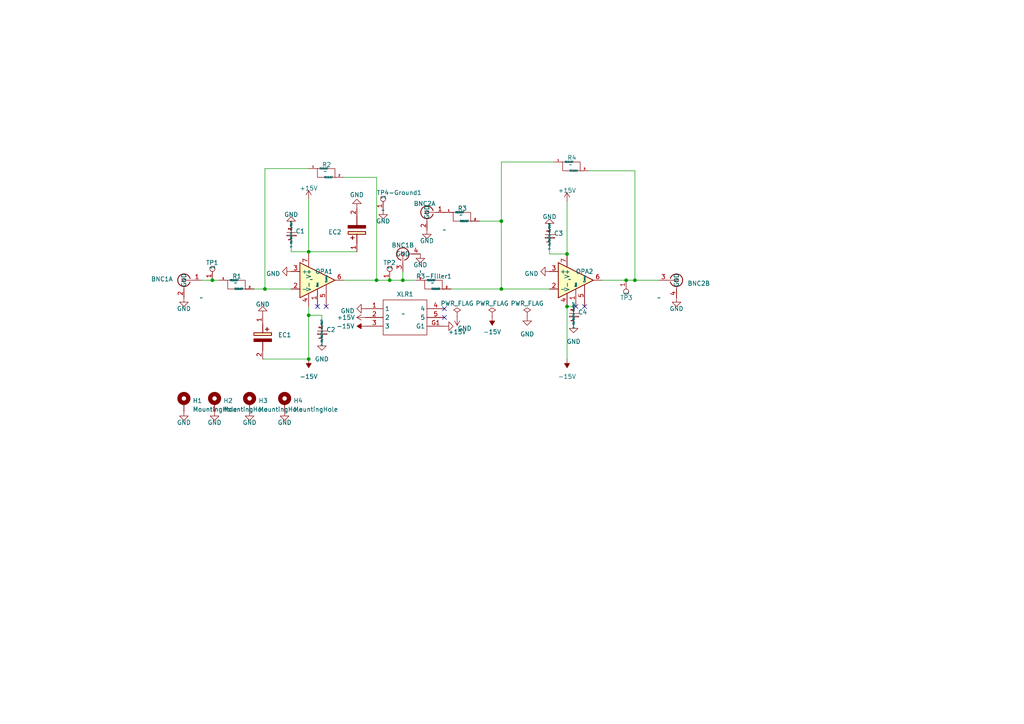
<source format=kicad_sch>
(kicad_sch (version 20230121) (generator eeschema)
  (paper "A4")
  (lib_symbols
    (symbol "1_Quarter_Axial_Resistor_1"
      (property "Reference" "R" (at 0 0 0))
      (symbol "1_Quarter_Axial_Resistor_1_0_1"
        (rectangle (start -2.286 0.762) (end 2.794 -1.778))
        (rectangle (start 3.048 -2.032) (end 3.048 -2.032))
      )
      (symbol "1_Quarter_Axial_Resistor_1_1_1"
        (pin bidirectional line (at -4.826 0.762 0) (length 2.54) (name "RESIST") (number "1"))
        (pin bidirectional line (at 5.334 -1.778 180) (length 2.54) (name "RESIST") (number "2"))
      )
    )
    (symbol "1_Quarter_Axial_Resistor_2"
      (property "Reference" "R" (at 0 0 0))
      (symbol "1_Quarter_Axial_Resistor_2_0_1"
        (rectangle (start -2.286 0.762) (end 2.794 -1.778))
        (rectangle (start 3.048 -2.032) (end 3.048 -2.032))
      )
      (symbol "1_Quarter_Axial_Resistor_2_1_1"
        (pin bidirectional line (at -4.826 0.762 0) (length 2.54) (name "RESIST") (number "1"))
        (pin bidirectional line (at 5.334 -1.778 180) (length 2.54) (name "RESIST") (number "2"))
      )
    )
    (symbol "1_Quarter_Axial_Resistor_3"
      (property "Reference" "R" (at 0 0 0))
      (symbol "1_Quarter_Axial_Resistor_3_0_1"
        (rectangle (start -2.286 0.762) (end 2.794 -1.778))
        (rectangle (start 3.048 -2.032) (end 3.048 -2.032))
      )
      (symbol "1_Quarter_Axial_Resistor_3_1_1"
        (pin bidirectional line (at -4.826 0.762 0) (length 2.54) (name "RESIST") (number "1"))
        (pin bidirectional line (at 5.334 -1.778 180) (length 2.54) (name "RESIST") (number "2"))
      )
    )
    (symbol "1_Quarter_Axial_Resistor_4"
      (property "Reference" "R" (at 0 0 0))
      (symbol "1_Quarter_Axial_Resistor_4_0_1"
        (rectangle (start -2.286 0.762) (end 2.794 -1.778))
        (rectangle (start 3.048 -2.032) (end 3.048 -2.032))
      )
      (symbol "1_Quarter_Axial_Resistor_4_1_1"
        (pin bidirectional line (at -4.826 0.762 0) (length 2.54) (name "RESIST") (number "1"))
        (pin bidirectional line (at 5.334 -1.778 180) (length 2.54) (name "RESIST") (number "2"))
      )
    )
    (symbol "2_Level_BNC_1"
      (property "Reference" "BNC" (at 0 -5.08 0))
      (symbol "2_Level_BNC_1_0_1"
        (polyline (pts (xy 2.54 0) (xy 4.572 0)))
        (polyline (pts (xy 5.08 -2.54) (xy 5.08 -1.778)))
        (arc (start 3.302 -0.508) (mid 5.302 -1.808) (end 6.858 0) (stroke (width 0.254)))
        (circle (center 5.08 0) (radius 0.508) (stroke (width 0.2032)))
        (arc (start 6.858 0) (mid 5.3021 1.8083) (end 3.302 0.508) (stroke (width 0.254)))
      )
      (symbol "2_Level_BNC_1_1_1"
        (pin passive line (at 0 0 0) (length 2.54) (name "") (number "1"))
        (pin passive line (at 5.08 -5.08 90) (length 2.54) (name "GND") (number "2"))
      )
      (symbol "2_Level_BNC_1_2_1"
        (pin passive line (at 0 0 0) (length 2.54) (name "") (number "3"))
        (pin passive line (at 5.08 -5.08 90) (length 2.54) (name "GND") (number "4"))
      )
    )
    (symbol "2_Level_BNC_2"
      (property "Reference" "BNC" (at 0 -5.08 0))
      (symbol "2_Level_BNC_2_0_1"
        (polyline (pts (xy 2.54 0) (xy 4.572 0)))
        (polyline (pts (xy 5.08 -2.54) (xy 5.08 -1.778)))
        (arc (start 3.302 -0.508) (mid 5.302 -1.808) (end 6.858 0) (stroke (width 0.254)))
        (circle (center 5.08 0) (radius 0.508) (stroke (width 0.2032)))
        (arc (start 6.858 0) (mid 5.3021 1.8083) (end 3.302 0.508) (stroke (width 0.254)))
      )
      (symbol "2_Level_BNC_2_1_1"
        (pin passive line (at 0 0 0) (length 2.54) (name "") (number "1"))
        (pin passive line (at 5.08 -5.08 90) (length 2.54) (name "GND") (number "2"))
      )
      (symbol "2_Level_BNC_2_2_1"
        (pin passive line (at 0 0 0) (length 2.54) (name "") (number "3"))
        (pin passive line (at 5.08 -5.08 90) (length 2.54) (name "GND") (number "4"))
      )
    )
    (symbol "2_Level_BNC_3"
      (property "Reference" "BNC" (at 0 -5.08 0))
      (symbol "2_Level_BNC_3_0_1"
        (polyline (pts (xy 2.54 0) (xy 4.572 0)))
        (polyline (pts (xy 5.08 -2.54) (xy 5.08 -1.778)))
        (arc (start 3.302 -0.508) (mid 5.302 -1.808) (end 6.858 0) (stroke (width 0.254)))
        (circle (center 5.08 0) (radius 0.508) (stroke (width 0.2032)))
        (arc (start 6.858 0) (mid 5.3021 1.8083) (end 3.302 0.508) (stroke (width 0.254)))
      )
      (symbol "2_Level_BNC_3_1_1"
        (pin passive line (at 0 0 0) (length 2.54) (name "") (number "1"))
        (pin passive line (at 5.08 -5.08 90) (length 2.54) (name "GND") (number "2"))
      )
      (symbol "2_Level_BNC_3_2_1"
        (pin passive line (at 0 0 0) (length 2.54) (name "") (number "3"))
        (pin passive line (at 5.08 -5.08 90) (length 2.54) (name "GND") (number "4"))
      )
    )
    (symbol "Mechanical:MountingHole_Pad" (pin_numbers hide) (pin_names (offset 1.016) hide)
      (property "Reference" "H" (at 0 6.35 0))
      (property "Value" "MountingHole_Pad" (at 0 4.445 0))
      (symbol "MountingHole_Pad_0_1"
        (circle (center 0 1.27) (radius 1.27) (stroke (width 1.27)))
      )
      (symbol "MountingHole_Pad_1_1"
        (pin input line (at 0 -2.54 90) (length 2.54) (name "1") (number "1"))
      )
    )
    (symbol "OPA27_1"
      (property "Reference" "OPA" (at 1.27 0 0))
      (symbol "OPA27_1_0_1"
        (polyline (pts (xy -3.302 4.826) (xy 6.858 -0.254) (xy -3.302 -5.334) (xy -3.302 4.826)) (stroke (width 0.254)) (fill (type background)))
      )
      (symbol "OPA27_1_1_1"
        (pin input line (at 1.778 -7.874 90) (length 5.08) (name "Bal") (number "1"))
        (pin input line (at -5.842 -2.794 0) (length 2.54) (name "-") (number "2"))
        (pin input line (at -5.842 2.286 0) (length 2.54) (name "+") (number "3"))
        (pin power_in line (at -0.762 -7.874 90) (length 3.81) (name "V-") (number "4"))
        (pin input line (at 4.318 -7.874 90) (length 6.35) (name "Comp") (number "5"))
        (pin output line (at 9.398 -0.254 180) (length 2.54) (name "~") (number "6"))
        (pin power_in line (at -0.762 7.366 270) (length 3.81) (name "V+") (number "7"))
      )
    )
    (symbol "Schematic_Symbols:1_Quarter_Axial_Resistor"
      (property "Reference" "R" (at 0 0 0))
      (symbol "1_Quarter_Axial_Resistor_0_1"
        (rectangle (start -2.286 0.762) (end 2.794 -1.778))
        (rectangle (start 3.048 -2.032) (end 3.048 -2.032))
      )
      (symbol "1_Quarter_Axial_Resistor_1_1"
        (pin bidirectional line (at -4.826 0.762 0) (length 2.54) (name "RESIST") (number "1"))
        (pin bidirectional line (at 5.334 -1.778 180) (length 2.54) (name "RESIST") (number "2"))
      )
    )
    (symbol "Schematic_Symbols:2_Level_BNC"
      (property "Reference" "BNC" (at 0 -5.08 0))
      (symbol "2_Level_BNC_0_1"
        (polyline (pts (xy 2.54 0) (xy 4.572 0)))
        (polyline (pts (xy 5.08 -2.54) (xy 5.08 -1.778)))
        (arc (start 3.302 -0.508) (mid 5.302 -1.808) (end 6.858 0) (stroke (width 0.254)))
        (circle (center 5.08 0) (radius 0.508) (stroke (width 0.2032)))
        (arc (start 6.858 0) (mid 5.3021 1.8083) (end 3.302 0.508) (stroke (width 0.254)))
      )
      (symbol "2_Level_BNC_1_1"
        (pin passive line (at 0 0 0) (length 2.54) (name "") (number "1"))
        (pin passive line (at 5.08 -5.08 90) (length 2.54) (name "GND") (number "2"))
      )
      (symbol "2_Level_BNC_2_1"
        (pin passive line (at 0 0 0) (length 2.54) (name "") (number "3"))
        (pin passive line (at 5.08 -5.08 90) (length 2.54) (name "GND") (number "4"))
      )
    )
    (symbol "Schematic_Symbols:Capacitor"
      (property "Reference" "C" (at 0 0 0))
      (symbol "Capacitor_0_1"
        (rectangle (start -0.762 1.27) (end -0.508 -1.524))
        (polyline (pts (xy 0.254 1.27) (xy 0.254 -1.524)))
      )
      (symbol "Capacitor_1_1"
        (pin passive line (at -2.794 0 0) (length 2) (name "V-IN/OUT") (number "1"))
        (pin passive line (at 2.286 0 180) (length 2) (name "V-IN/OUT") (number "2"))
      )
    )
    (symbol "Schematic_Symbols:EEU-EB1C102" (pin_names hide)
      (property "Reference" "C" (at 8.89 6.35 0))
      (property "Value" "EEU-EB1C102" (at 8.89 3.81 0))
      (symbol "EEU-EB1C102_1_1"
        (polyline (pts (xy 2.54 0) (xy 5.08 0)) (stroke (width 0.254)))
        (polyline (pts (xy 4.064 1.778) (xy 4.064 0.762)) (stroke (width 0.254)))
        (polyline (pts (xy 4.572 1.27) (xy 3.556 1.27)) (stroke (width 0.254)))
        (polyline (pts (xy 7.62 0) (xy 10.16 0)) (stroke (width 0.254)))
        (polyline (pts (xy 7.62 2.54) (xy 7.62 -2.54) (xy 6.858 -2.54) (xy 6.858 2.54) (xy 7.62 2.54)) (stroke (width 0.254)) (fill (type outline)))
        (rectangle (start 5.08 2.54) (end 5.842 -2.54) (stroke (width 0.254)) (fill (type background)))
        (pin passive line (at 0 0 0) (length 2.54) (name "+") (number "1"))
        (pin passive line (at 12.7 0 180) (length 2.54) (name "-") (number "2"))
      )
    )
    (symbol "Schematic_Symbols:NC3MBH_XLR"
      (property "Reference" "XLR" (at 0 0 0))
      (symbol "NC3MBH_XLR_0_0"
        (pin passive line (at -10.922 1.524 0) (length 5.08) (name "1") (number "1"))
        (pin passive line (at -10.922 -1.016 0) (length 5.08) (name "2") (number "2"))
        (pin passive line (at -10.922 -3.556 0) (length 5.08) (name "3") (number "3"))
        (pin passive line (at 11.938 1.524 180) (length 5.08) (name "4") (number "4"))
        (pin passive line (at 11.938 -1.016 180) (length 5.08) (name "5") (number "5"))
        (pin passive line (at 11.938 -3.556 180) (length 5.08) (name "G1") (number "G1"))
      )
      (symbol "NC3MBH_XLR_0_1"
        (polyline (pts (xy -5.842 4.064) (xy 6.858 4.064) (xy 6.858 -6.096) (xy -5.842 -6.096) (xy -5.842 4.064)) (stroke (width 0.1524)))
      )
    )
    (symbol "Schematic_Symbols:OPA27"
      (property "Reference" "OPA" (at 1.27 0 0))
      (symbol "OPA27_0_1"
        (polyline (pts (xy -3.302 4.826) (xy 6.858 -0.254) (xy -3.302 -5.334) (xy -3.302 4.826)) (stroke (width 0.254)) (fill (type background)))
      )
      (symbol "OPA27_1_1"
        (pin input line (at 1.778 -7.874 90) (length 5.08) (name "Bal") (number "1"))
        (pin input line (at -5.842 -2.794 0) (length 2.54) (name "-") (number "2"))
        (pin input line (at -5.842 2.286 0) (length 2.54) (name "+") (number "3"))
        (pin power_in line (at -0.762 -7.874 90) (length 3.81) (name "V-") (number "4"))
        (pin input line (at 4.318 -7.874 90) (length 6.35) (name "Comp") (number "5"))
        (pin output line (at 9.398 -0.254 180) (length 2.54) (name "~") (number "6"))
        (pin power_in line (at -0.762 7.366 270) (length 3.81) (name "V+") (number "7"))
      )
    )
    (symbol "Schematic_Symbols:Testpoint"
      (property "Reference" "TP" (at 0 0 0))
      (symbol "Testpoint_0_1"
        (circle (center 0 3.302) (radius 0.762))
      )
      (symbol "Testpoint_1_1"
        (pin passive line (at 0 0 90) (length 2.54) (name "1") (number "1"))
      )
    )
    (symbol "power:+15V" (power) (pin_names (offset 0))
      (property "Value" "+15V" (at 0 3.556 0))
      (symbol "+15V_0_1"
        (polyline (pts (xy -0.762 1.27) (xy 0 2.54)))
        (polyline (pts (xy 0 0) (xy 0 2.54)))
        (polyline (pts (xy 0 2.54) (xy 0.762 1.27)))
      )
      (symbol "+15V_1_1"
        (pin power_in line (at 0 0 90) (length 0) hide (name "+15V") (number "1"))
      )
    )
    (symbol "power:-15V" (power) (pin_names (offset 0))
      (property "Value" "-15V" (at 0 3.81 0))
      (symbol "-15V_0_0"
        (pin power_in line (at 0 0 90) (length 0) hide (name "-15V") (number "1"))
      )
      (symbol "-15V_0_1"
        (polyline (pts (xy 0 0) (xy 0 1.27) (xy 0.762 1.27) (xy 0 2.54) (xy -0.762 1.27) (xy 0 1.27)) (fill (type outline)))
      )
    )
    (symbol "power:GND" (power) (pin_names (offset 0))
      (property "Value" "GND" (at 0 -3.81 0))
      (symbol "GND_0_1"
        (polyline (pts (xy 0 0) (xy 0 -1.27) (xy 1.27 -1.27) (xy 0 -2.54) (xy -1.27 -1.27) (xy 0 -1.27)))
      )
      (symbol "GND_1_1"
        (pin power_in line (at 0 0 270) (length 0) hide (name "GND") (number "1"))
      )
    )
    (symbol "power:PWR_FLAG" (power) (pin_numbers hide) (pin_names (offset 0) hide)
      (property "Value" "PWR_FLAG" (at 0 3.81 0))
      (symbol "PWR_FLAG_0_0"
        (pin power_out line (at 0 0 90) (length 0) (name "pwr") (number "1"))
      )
      (symbol "PWR_FLAG_0_1"
        (polyline (pts (xy 0 0) (xy 0 1.27) (xy -1.016 1.905) (xy 0 2.54) (xy 1.016 1.905) (xy 0 1.27)))
      )
    )
  )
  (junction (at 89.535 73.025))
  (junction (at 145.415 64.135))
  (junction (at 164.465 73.66))
  (junction (at 76.835 83.82))
  (junction (at 113.03 81.28))
  (junction (at 164.465 88.9))
  (junction (at 61.595 81.28))
  (junction (at 109.22 81.28))
  (junction (at 89.535 104.14))
  (junction (at 89.535 91.44))
  (junction (at 116.84 81.28))
  (junction (at 184.15 81.28))
  (junction (at 181.61 81.28))
  (junction (at 145.415 83.82))
  (no_connect (at 128.905 92.075))
  (no_connect (at 169.545 88.9))
  (no_connect (at 167.005 88.9))
  (no_connect (at 94.615 88.9))
  (no_connect (at 92.075 88.9))
  (no_connect (at 128.905 89.535))
  (wire (pts (xy 89.535 91.44) (xy 93.345 91.44)))
  (wire (pts (xy 84.455 73.025) (xy 84.455 70.485)))
  (wire (pts (xy 89.535 73.025) (xy 103.505 73.025)))
  (wire (pts (xy 159.385 73.66) (xy 159.385 71.12)))
  (wire (pts (xy 170.815 49.53) (xy 184.15 49.53)))
  (wire (pts (xy 109.22 81.28) (xy 113.03 81.28)))
  (wire (pts (xy 93.345 91.44) (xy 93.345 93.98)))
  (wire (pts (xy 116.84 78.74) (xy 116.84 81.28)))
  (wire (pts (xy 164.465 88.9) (xy 164.465 104.14)))
  (wire (pts (xy 84.455 73.025) (xy 89.535 73.025)))
  (wire (pts (xy 164.465 88.9) (xy 166.37 88.9)))
  (wire (pts (xy 184.15 49.53) (xy 184.15 81.28)))
  (wire (pts (xy 61.595 81.28) (xy 63.5 81.28)))
  (wire (pts (xy 58.42 81.28) (xy 61.595 81.28)))
  (wire (pts (xy 145.415 46.99) (xy 145.415 64.135)))
  (wire (pts (xy 89.535 91.44) (xy 89.535 104.14)))
  (wire (pts (xy 109.22 51.435) (xy 109.22 81.28)))
  (wire (pts (xy 145.415 46.99) (xy 160.655 46.99)))
  (wire (pts (xy 89.535 91.44) (xy 89.535 88.9)))
  (wire (pts (xy 116.84 81.28) (xy 120.65 81.28)))
  (wire (pts (xy 145.415 83.82) (xy 159.385 83.82)))
  (wire (pts (xy 99.695 51.435) (xy 109.22 51.435)))
  (wire (pts (xy 76.2 104.14) (xy 89.535 104.14)))
  (wire (pts (xy 174.625 81.28) (xy 181.61 81.28)))
  (wire (pts (xy 139.065 64.135) (xy 145.415 64.135)))
  (wire (pts (xy 109.22 81.28) (xy 99.695 81.28)))
  (wire (pts (xy 159.385 73.66) (xy 164.465 73.66)))
  (wire (pts (xy 164.465 58.42) (xy 164.465 73.66)))
  (wire (pts (xy 130.81 83.82) (xy 145.415 83.82)))
  (wire (pts (xy 76.835 48.895) (xy 76.835 83.82)))
  (wire (pts (xy 76.835 83.82) (xy 84.455 83.82)))
  (wire (pts (xy 113.03 81.28) (xy 116.84 81.28)))
  (wire (pts (xy 184.15 81.28) (xy 191.135 81.28)))
  (wire (pts (xy 89.535 73.025) (xy 89.535 73.66)))
  (wire (pts (xy 145.415 64.135) (xy 145.415 83.82)))
  (wire (pts (xy 184.15 81.28) (xy 181.61 81.28)))
  (wire (pts (xy 73.66 83.82) (xy 76.835 83.82)))
  (wire (pts (xy 76.835 48.895) (xy 89.535 48.895)))
  (wire (pts (xy 89.535 57.785) (xy 89.535 73.025)))
  (symbol (lib_name "1_Quarter_Axial_Resistor_2") (lib_id "Schematic_Symbols:1_Quarter_Axial_Resistor") (at 94.361 49.657 0) (unit 1)
    (property "Reference" "R2" (at 94.742 47.752 0))
    (property "Value" "~" (at 94.361 49.657 0))
    (property "Footprint" "Footprints:R_Axial_DIN0207_L6.3mm_D2.5mm_P10.16mm_Horizontal" (effects hide))
  )
  (symbol (lib_id "Mechanical:MountingHole_Pad") (at 62.23 116.84 0) (unit 1)
    (property "Reference" "H2" (at 64.77 116.205 0) (effects (justify left)))
    (property "Value" "MountingHole" (at 64.77 118.745 0) (effects (justify left)))
    (property "Footprint" "MountingHole:MountingHole_3.2mm_M3_DIN965_Pad" (effects hide))
  )
  (symbol (lib_id "power:GND") (at 128.905 94.615 90) (unit 1)
    (property "Reference" "#PWR024" (effects hide))
    (property "Value" "GND" (at 132.715 95.25 90) (effects (justify right)))
  )
  (symbol (lib_id "power:GND") (at 123.825 66.675 0) (unit 1)
    (property "Reference" "#PWR022" (effects hide))
    (property "Value" "GND" (at 123.825 69.85 0))
  )
  (symbol (lib_id "power:GND") (at 111.125 60.96 0) (unit 1)
    (property "Reference" "#PWR011" (effects hide))
    (property "Value" "GND" (at 111.125 64.135 0))
  )
  (symbol (lib_id "Schematic_Symbols:Capacitor") (at 159.385 68.326 90) (unit 1)
    (property "Reference" "C3" (at 160.655 67.691 90) (effects (justify right)))
    (property "Value" "~" (at 159.385 68.326 0))
    (property "Footprint" "Footprints:CAPACITOR - 399-4209-ND" (effects hide))
  )
  (symbol (lib_id "power:+15V") (at 106.045 92.075 90) (unit 1)
    (property "Reference" "#PWR09" (effects hide))
    (property "Value" "+15V" (at 100.33 92.075 90))
  )
  (symbol (lib_id "Schematic_Symbols:Testpoint") (at 111.125 60.96 0) (unit 1)
    (property "Reference" "TP4-Ground1" (at 109.22 55.88 0) (effects (justify left)))
    (property "Value" "~" (at 111.125 60.96 0))
    (property "Footprint" "Footprints:TestPoint" (effects hide))
  )
  (symbol (lib_id "power:+15V") (at 164.465 58.42 0) (unit 1)
    (property "Reference" "#PWR017" (effects hide))
    (property "Value" "+15V" (at 164.465 55.245 0))
  )
  (symbol (lib_id "Mechanical:MountingHole_Pad") (at 82.55 116.84 0) (unit 1)
    (property "Reference" "H4" (at 85.09 116.205 0) (effects (justify left)))
    (property "Value" "MountingHole" (at 85.09 118.745 0) (effects (justify left)))
    (property "Footprint" "MountingHole:MountingHole_3.2mm_M3_DIN965_Pad" (effects hide))
  )
  (symbol (lib_id "power:-15V") (at 106.045 94.615 90) (unit 1)
    (property "Reference" "#PWR010" (effects hide))
    (property "Value" "-15V" (at 102.87 94.615 90) (effects (justify left)))
  )
  (symbol (lib_name "1_Quarter_Axial_Resistor_1") (lib_id "Schematic_Symbols:1_Quarter_Axial_Resistor") (at 68.326 82.042 0) (unit 1)
    (property "Reference" "R1" (at 68.707 80.137 0))
    (property "Value" "~" (at 68.326 82.042 0))
    (property "Footprint" "Footprints:R_Axial_DIN0207_L6.3mm_D2.5mm_P10.16mm_Horizontal" (effects hide))
  )
  (symbol (lib_id "power:GND") (at 166.37 93.98 0) (unit 1)
    (property "Reference" "#PWR019" (effects hide))
    (property "Value" "GND" (at 166.37 99.06 0))
  )
  (symbol (lib_id "power:GND") (at 84.455 78.74 270) (unit 1)
    (property "Reference" "#PWR03" (effects hide))
    (property "Value" "GND" (at 81.28 79.375 90) (effects (justify right)))
  )
  (symbol (lib_id "Schematic_Symbols:Capacitor") (at 166.37 91.186 90) (unit 1)
    (property "Reference" "C4" (at 167.64 90.551 90) (effects (justify right)))
    (property "Value" "~" (at 166.37 91.186 0))
    (property "Footprint" "Footprints:CAPACITOR - 399-4209-ND" (effects hide))
  )
  (symbol (lib_id "power:-15V") (at 89.535 104.14 180) (unit 1)
    (property "Reference" "#PWR05" (effects hide))
    (property "Value" "-15V" (at 89.535 109.22 0))
  )
  (symbol (lib_id "power:GND") (at 53.34 86.36 0) (unit 1)
    (property "Reference" "#PWR021" (effects hide))
    (property "Value" "GND" (at 53.34 89.535 0))
  )
  (symbol (lib_id "power:GND") (at 159.385 66.04 180) (unit 1)
    (property "Reference" "#PWR015" (effects hide))
    (property "Value" "GND" (at 159.385 62.865 0))
  )
  (symbol (lib_id "power:PWR_FLAG") (at 132.588 91.821 0) (unit 1)
    (property "Reference" "#FLG01" (effects hide))
    (property "Value" "PWR_FLAG" (at 132.588 88.011 0))
  )
  (symbol (lib_id "power:GND") (at 103.505 60.325 180) (unit 1)
    (property "Reference" "#PWR07" (effects hide))
    (property "Value" "GND" (at 103.505 56.515 0))
  )
  (symbol (lib_id "power:GND") (at 84.455 65.405 180) (unit 1)
    (property "Reference" "#PWR02" (effects hide))
    (property "Value" "GND" (at 84.455 62.23 0))
  )
  (symbol (lib_name "2_Level_BNC_1") (lib_id "Schematic_Symbols:2_Level_BNC") (at 116.84 78.74 90) (unit 2)
    (property "Reference" "BNC1" (at 116.84 71.12 90))
    (property "Value" "~" (at 121.92 78.74 0))
    (property "Footprint" "Footprints:BNC_Amphenol_031-6575_Horizontal" (effects hide))
  )
  (symbol (lib_id "power:GND") (at 72.39 119.38 0) (unit 1)
    (property "Reference" "#PWR027" (effects hide))
    (property "Value" "GND" (at 72.39 122.555 0))
  )
  (symbol (lib_id "Schematic_Symbols:EEU-EB1C102") (at 103.505 73.025 90) (unit 1)
    (property "Reference" "EC2" (at 99.06 67.31 90) (effects (justify left)))
    (property "Value" "EEU-EB1C102" (effects hide))
    (property "Footprint" "Footprints:ELECTROLYTIC CAPACITOR - EEU-EB1C102" (effects hide))
    (property "Datasheet" "https://industrial.panasonic.com/cdbs/www-data/pdf/RDF0000/ABA0000C1024.pdf" (effects hide))
    (property "Height" "22" (effects hide))
    (property "Mouser Part Number" "667-EEU-EB1C102" (effects hide))
    (property "Mouser Price/Stock" "https://www.mouser.co.uk/ProductDetail/Panasonic/EEU-EB1C102?qs=MtOUKumLmnb2YsDyKOSUXw%3D%3D" (effects hide))
    (property "Manufacturer_Name" "Panasonic" (effects hide))
    (property "Manufacturer_Part_Number" "EEU-EB1C102" (effects hide))
  )
  (symbol (lib_id "power:-15V") (at 142.748 91.821 180) (unit 1)
    (property "Reference" "#PWR013" (effects hide))
    (property "Value" "-15V" (at 142.748 96.266 0))
  )
  (symbol (lib_id "power:+15V") (at 89.535 57.785 0) (unit 1)
    (property "Reference" "#PWR04" (effects hide))
    (property "Value" "+15V" (at 89.535 54.61 0))
  )
  (symbol (lib_id "Schematic_Symbols:Capacitor") (at 84.455 67.691 90) (unit 1)
    (property "Reference" "C1" (at 85.725 67.056 90) (effects (justify right)))
    (property "Value" "~" (at 84.455 67.691 0))
    (property "Footprint" "Footprints:CAPACITOR - 399-4209-ND" (effects hide))
  )
  (symbol (lib_id "Schematic_Symbols:NC3MBH_XLR") (at 116.967 91.059 0) (unit 1)
    (property "Reference" "XLR1" (at 117.475 85.344 0))
    (property "Value" "~" (at 116.967 91.059 0))
    (property "Footprint" "Footprints:NC3MBH_XLR" (effects hide))
  )
  (symbol (lib_id "power:GND") (at 82.55 119.38 0) (unit 1)
    (property "Reference" "#PWR028" (effects hide))
    (property "Value" "GND" (at 82.55 122.555 0))
  )
  (symbol (lib_id "power:GND") (at 196.215 86.36 0) (unit 1)
    (property "Reference" "#PWR023" (effects hide))
    (property "Value" "GND" (at 196.215 89.535 0))
  )
  (symbol (lib_id "Schematic_Symbols:Capacitor") (at 93.345 96.266 90) (unit 1)
    (property "Reference" "C2" (at 94.615 95.631 90) (effects (justify right)))
    (property "Value" "~" (at 93.345 96.266 0))
    (property "Footprint" "Footprints:CAPACITOR - 399-4209-ND" (effects hide))
  )
  (symbol (lib_id "Schematic_Symbols:EEU-EB1C102") (at 76.2 91.44 270) (unit 1)
    (property "Reference" "EC1" (at 80.645 97.155 90) (effects (justify left)))
    (property "Value" "EEU-EB1C102" (effects hide))
    (property "Footprint" "Footprints:ELECTROLYTIC CAPACITOR - EEU-EB1C102" (effects hide))
    (property "Datasheet" "https://industrial.panasonic.com/cdbs/www-data/pdf/RDF0000/ABA0000C1024.pdf" (effects hide))
    (property "Height" "22" (effects hide))
    (property "Mouser Part Number" "667-EEU-EB1C102" (effects hide))
    (property "Mouser Price/Stock" "https://www.mouser.co.uk/ProductDetail/Panasonic/EEU-EB1C102?qs=MtOUKumLmnb2YsDyKOSUXw%3D%3D" (effects hide))
    (property "Manufacturer_Name" "Panasonic" (effects hide))
    (property "Manufacturer_Part_Number" "EEU-EB1C102" (effects hide))
  )
  (symbol (lib_id "power:GND") (at 106.045 89.535 270) (unit 1)
    (property "Reference" "#PWR08" (effects hide))
    (property "Value" "GND" (at 102.87 90.17 90) (effects (justify right)))
  )
  (symbol (lib_id "Schematic_Symbols:OPA27") (at 165.227 81.026 0) (unit 1)
    (property "Reference" "OPA2" (at 169.545 78.74 0))
    (property "Value" "~" (at 165.227 81.026 0))
    (property "Footprint" "Footprints:OPA27GP_Operational_Amplifier" (effects hide))
  )
  (symbol (lib_id "power:GND") (at 76.2 91.44 180) (unit 1)
    (property "Reference" "#PWR01" (effects hide))
    (property "Value" "GND" (at 76.2 88.265 0))
  )
  (symbol (lib_id "Mechanical:MountingHole_Pad") (at 53.34 116.84 0) (unit 1)
    (property "Reference" "H1" (at 55.88 116.205 0) (effects (justify left)))
    (property "Value" "MountingHole" (at 55.88 118.745 0) (effects (justify left)))
    (property "Footprint" "MountingHole:MountingHole_3.2mm_M3_DIN965_Pad" (effects hide))
  )
  (symbol (lib_id "power:GND") (at 152.908 91.821 0) (unit 1)
    (property "Reference" "#PWR014" (effects hide))
    (property "Value" "GND" (at 152.908 96.901 0))
  )
  (symbol (lib_id "power:GND") (at 121.92 73.66 0) (unit 1)
    (property "Reference" "#PWR020" (effects hide))
    (property "Value" "GND" (at 121.92 76.835 0))
  )
  (symbol (lib_id "Schematic_Symbols:1_Quarter_Axial_Resistor") (at 165.481 47.752 0) (unit 1)
    (property "Reference" "R4" (at 165.862 45.72 0))
    (property "Value" "~" (at 165.481 47.752 0))
    (property "Footprint" "Footprints:R_Axial_DIN0207_L6.3mm_D2.5mm_P10.16mm_Horizontal" (effects hide))
  )
  (symbol (lib_id "power:GND") (at 159.385 78.74 270) (unit 1)
    (property "Reference" "#PWR016" (effects hide))
    (property "Value" "GND" (at 156.21 79.375 90) (effects (justify right)))
  )
  (symbol (lib_id "power:PWR_FLAG") (at 152.908 91.821 0) (unit 1)
    (property "Reference" "#FLG03" (effects hide))
    (property "Value" "PWR_FLAG" (at 152.908 88.011 0))
  )
  (symbol (lib_id "Schematic_Symbols:Testpoint") (at 181.61 81.28 180) (unit 1)
    (property "Reference" "TP3" (at 183.515 86.36 0) (effects (justify left)))
    (property "Value" "~" (at 181.61 81.28 0))
    (property "Footprint" "Footprints:TestPoint" (effects hide))
  )
  (symbol (lib_id "power:-15V") (at 164.465 104.14 180) (unit 1)
    (property "Reference" "#PWR018" (effects hide))
    (property "Value" "-15V" (at 164.465 109.22 0))
  )
  (symbol (lib_id "Schematic_Symbols:Testpoint") (at 61.595 81.28 0) (unit 1)
    (property "Reference" "TP1" (at 59.69 76.2 0) (effects (justify left)))
    (property "Value" "~" (at 61.595 81.28 0))
    (property "Footprint" "Footprints:TestPoint" (effects hide))
  )
  (symbol (lib_name "1_Quarter_Axial_Resistor_4") (lib_id "Schematic_Symbols:1_Quarter_Axial_Resistor") (at 125.476 82.042 0) (unit 1)
    (property "Reference" "R3-Filler1" (at 125.857 80.137 0))
    (property "Value" "~" (at 125.476 82.042 0))
    (property "Footprint" "Footprints:R_Axial_DIN0207_L6.3mm_D2.5mm_P10.16mm_Horizontal" (effects hide))
  )
  (symbol (lib_id "power:+15V") (at 132.588 91.821 180) (unit 1)
    (property "Reference" "#PWR012" (effects hide))
    (property "Value" "+15V" (at 132.588 96.266 0))
  )
  (symbol (lib_id "power:GND") (at 62.23 119.38 0) (unit 1)
    (property "Reference" "#PWR026" (effects hide))
    (property "Value" "GND" (at 62.23 122.555 0))
  )
  (symbol (lib_id "power:GND") (at 93.345 99.06 0) (unit 1)
    (property "Reference" "#PWR06" (effects hide))
    (property "Value" "GND" (at 93.345 104.14 0))
  )
  (symbol (lib_name "2_Level_BNC_3") (lib_id "Schematic_Symbols:2_Level_BNC") (at 128.905 61.595 0) (mirror y) (unit 1)
    (property "Reference" "BNC2" (at 126.365 59.055 0) (effects (justify left)))
    (property "Value" "~" (at 128.905 66.675 0))
    (property "Footprint" "Connector_Coaxial:BNC_Amphenol_031-6575_Horizontal" (effects hide))
  )
  (symbol (lib_id "Schematic_Symbols:2_Level_BNC") (at 191.135 81.28 0) (unit 2)
    (property "Reference" "BNC2" (at 199.39 82.2082 0) (effects (justify left)))
    (property "Value" "~" (at 191.135 86.36 0))
    (property "Footprint" "Footprints:BNC_Amphenol_031-6575_Horizontal" (effects hide))
  )
  (symbol (lib_name "OPA27_1") (lib_id "Schematic_Symbols:OPA27") (at 90.297 81.026 0) (unit 1)
    (property "Reference" "OPA1" (at 93.98 78.74 0))
    (property "Value" "~" (at 90.297 81.026 0))
    (property "Footprint" "Footprints:OPA27GP_Operational_Amplifier" (effects hide))
  )
  (symbol (lib_id "power:PWR_FLAG") (at 142.748 91.821 0) (unit 1)
    (property "Reference" "#FLG02" (effects hide))
    (property "Value" "PWR_FLAG" (at 142.748 88.011 0))
  )
  (symbol (lib_id "Mechanical:MountingHole_Pad") (at 72.39 116.84 0) (unit 1)
    (property "Reference" "H3" (at 74.93 116.205 0) (effects (justify left)))
    (property "Value" "MountingHole" (at 74.93 118.745 0) (effects (justify left)))
    (property "Footprint" "MountingHole:MountingHole_3.2mm_M3_DIN965_Pad" (effects hide))
  )
  (symbol (lib_name "2_Level_BNC_2") (lib_id "Schematic_Symbols:2_Level_BNC") (at 58.42 81.28 0) (mirror y) (unit 1)
    (property "Reference" "BNC1" (at 50.165 80.9382 0) (effects (justify left)))
    (property "Value" "~" (at 58.42 86.36 0))
    (property "Footprint" "Connector_Coaxial:BNC_Amphenol_031-6575_Horizontal" (effects hide))
  )
  (symbol (lib_name "1_Quarter_Axial_Resistor_3") (lib_id "Schematic_Symbols:1_Quarter_Axial_Resistor") (at 133.731 62.357 0) (unit 1)
    (property "Reference" "R3" (at 134.112 60.452 0))
    (property "Value" "~" (at 133.731 62.357 0))
    (property "Footprint" "Footprints:R_Axial_DIN0207_L6.3mm_D2.5mm_P10.16mm_Horizontal" (effects hide))
  )
  (symbol (lib_id "Schematic_Symbols:Testpoint") (at 113.03 81.28 0) (unit 1)
    (property "Reference" "TP2" (at 111.125 76.2 0) (effects (justify left)))
    (property "Value" "~" (at 113.03 81.28 0))
    (property "Footprint" "Footprints:TestPoint" (effects hide))
  )
  (symbol (lib_id "power:GND") (at 53.34 119.38 0) (unit 1)
    (property "Reference" "#PWR025" (effects hide))
    (property "Value" "GND" (at 53.34 122.555 0))
  )
)
</source>
